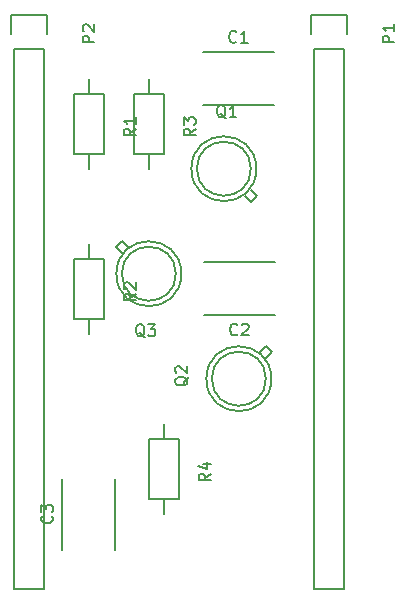
<source format=gbr>
G04 #@! TF.FileFunction,Legend,Top*
%FSLAX46Y46*%
G04 Gerber Fmt 4.6, Leading zero omitted, Abs format (unit mm)*
G04 Created by KiCad (PCBNEW 4.0.3+e1-6302~38~ubuntu16.04.1-stable) date Wed Aug 17 12:50:24 2016*
%MOMM*%
%LPD*%
G01*
G04 APERTURE LIST*
%ADD10C,0.100000*%
%ADD11C,0.150000*%
G04 APERTURE END LIST*
D10*
D11*
X75700000Y-71410000D02*
X81700000Y-71410000D01*
X81700000Y-75910000D02*
X75700000Y-75910000D01*
X81780000Y-93690000D02*
X75780000Y-93690000D01*
X75780000Y-89190000D02*
X81780000Y-89190000D01*
X63790000Y-113530000D02*
X63790000Y-107530000D01*
X68290000Y-107530000D02*
X68290000Y-113530000D01*
X85090000Y-71120000D02*
X85090000Y-116840000D01*
X85090000Y-116840000D02*
X87630000Y-116840000D01*
X87630000Y-116840000D02*
X87630000Y-71120000D01*
X84810000Y-68300000D02*
X84810000Y-69850000D01*
X85090000Y-71120000D02*
X87630000Y-71120000D01*
X87910000Y-69850000D02*
X87910000Y-68300000D01*
X87910000Y-68300000D02*
X84810000Y-68300000D01*
X59690000Y-71120000D02*
X59690000Y-116840000D01*
X59690000Y-116840000D02*
X62230000Y-116840000D01*
X62230000Y-116840000D02*
X62230000Y-71120000D01*
X59410000Y-68300000D02*
X59410000Y-69850000D01*
X59690000Y-71120000D02*
X62230000Y-71120000D01*
X62510000Y-69850000D02*
X62510000Y-68300000D01*
X62510000Y-68300000D02*
X59410000Y-68300000D01*
X72390000Y-74930000D02*
X72390000Y-80010000D01*
X72390000Y-80010000D02*
X69850000Y-80010000D01*
X69850000Y-80010000D02*
X69850000Y-74930000D01*
X69850000Y-74930000D02*
X72390000Y-74930000D01*
X71120000Y-74930000D02*
X71120000Y-73660000D01*
X71120000Y-80010000D02*
X71120000Y-81280000D01*
X73660000Y-104140000D02*
X73660000Y-109220000D01*
X73660000Y-109220000D02*
X71120000Y-109220000D01*
X71120000Y-109220000D02*
X71120000Y-104140000D01*
X71120000Y-104140000D02*
X73660000Y-104140000D01*
X72390000Y-104140000D02*
X72390000Y-102870000D01*
X72390000Y-109220000D02*
X72390000Y-110490000D01*
X67310000Y-88900000D02*
X67310000Y-93980000D01*
X67310000Y-93980000D02*
X64770000Y-93980000D01*
X64770000Y-93980000D02*
X64770000Y-88900000D01*
X64770000Y-88900000D02*
X67310000Y-88900000D01*
X66040000Y-88900000D02*
X66040000Y-87630000D01*
X66040000Y-93980000D02*
X66040000Y-95250000D01*
X67310000Y-74930000D02*
X67310000Y-80010000D01*
X67310000Y-80010000D02*
X64770000Y-80010000D01*
X64770000Y-80010000D02*
X64770000Y-74930000D01*
X64770000Y-74930000D02*
X67310000Y-74930000D01*
X66040000Y-74930000D02*
X66040000Y-73660000D01*
X66040000Y-80010000D02*
X66040000Y-81280000D01*
X80264000Y-83566000D02*
X79756000Y-83058000D01*
X79248000Y-83566000D02*
X79756000Y-84074000D01*
X79756000Y-84074000D02*
X80264000Y-83566000D01*
X79756000Y-81280000D02*
G75*
G03X79756000Y-81280000I-2286000J0D01*
G01*
X80220000Y-81280000D02*
G75*
G03X80220000Y-81280000I-2750000J0D01*
G01*
X81026000Y-96266000D02*
X80518000Y-96774000D01*
X81026000Y-97282000D02*
X81534000Y-96774000D01*
X81534000Y-96774000D02*
X81026000Y-96266000D01*
X81026000Y-99060000D02*
G75*
G03X81026000Y-99060000I-2286000J0D01*
G01*
X81490000Y-99060000D02*
G75*
G03X81490000Y-99060000I-2750000J0D01*
G01*
X68326000Y-87884000D02*
X68834000Y-88392000D01*
X69342000Y-87884000D02*
X68834000Y-87376000D01*
X68834000Y-87376000D02*
X68326000Y-87884000D01*
X73406000Y-90170000D02*
G75*
G03X73406000Y-90170000I-2286000J0D01*
G01*
X73870000Y-90170000D02*
G75*
G03X73870000Y-90170000I-2750000J0D01*
G01*
X78533334Y-70517143D02*
X78485715Y-70564762D01*
X78342858Y-70612381D01*
X78247620Y-70612381D01*
X78104762Y-70564762D01*
X78009524Y-70469524D01*
X77961905Y-70374286D01*
X77914286Y-70183810D01*
X77914286Y-70040952D01*
X77961905Y-69850476D01*
X78009524Y-69755238D01*
X78104762Y-69660000D01*
X78247620Y-69612381D01*
X78342858Y-69612381D01*
X78485715Y-69660000D01*
X78533334Y-69707619D01*
X79485715Y-70612381D02*
X78914286Y-70612381D01*
X79200000Y-70612381D02*
X79200000Y-69612381D01*
X79104762Y-69755238D01*
X79009524Y-69850476D01*
X78914286Y-69898095D01*
X78613334Y-95297143D02*
X78565715Y-95344762D01*
X78422858Y-95392381D01*
X78327620Y-95392381D01*
X78184762Y-95344762D01*
X78089524Y-95249524D01*
X78041905Y-95154286D01*
X77994286Y-94963810D01*
X77994286Y-94820952D01*
X78041905Y-94630476D01*
X78089524Y-94535238D01*
X78184762Y-94440000D01*
X78327620Y-94392381D01*
X78422858Y-94392381D01*
X78565715Y-94440000D01*
X78613334Y-94487619D01*
X78994286Y-94487619D02*
X79041905Y-94440000D01*
X79137143Y-94392381D01*
X79375239Y-94392381D01*
X79470477Y-94440000D01*
X79518096Y-94487619D01*
X79565715Y-94582857D01*
X79565715Y-94678095D01*
X79518096Y-94820952D01*
X78946667Y-95392381D01*
X79565715Y-95392381D01*
X62897143Y-110696666D02*
X62944762Y-110744285D01*
X62992381Y-110887142D01*
X62992381Y-110982380D01*
X62944762Y-111125238D01*
X62849524Y-111220476D01*
X62754286Y-111268095D01*
X62563810Y-111315714D01*
X62420952Y-111315714D01*
X62230476Y-111268095D01*
X62135238Y-111220476D01*
X62040000Y-111125238D01*
X61992381Y-110982380D01*
X61992381Y-110887142D01*
X62040000Y-110744285D01*
X62087619Y-110696666D01*
X61992381Y-110363333D02*
X61992381Y-109744285D01*
X62373333Y-110077619D01*
X62373333Y-109934761D01*
X62420952Y-109839523D01*
X62468571Y-109791904D01*
X62563810Y-109744285D01*
X62801905Y-109744285D01*
X62897143Y-109791904D01*
X62944762Y-109839523D01*
X62992381Y-109934761D01*
X62992381Y-110220476D01*
X62944762Y-110315714D01*
X62897143Y-110363333D01*
X91912381Y-70588095D02*
X90912381Y-70588095D01*
X90912381Y-70207142D01*
X90960000Y-70111904D01*
X91007619Y-70064285D01*
X91102857Y-70016666D01*
X91245714Y-70016666D01*
X91340952Y-70064285D01*
X91388571Y-70111904D01*
X91436190Y-70207142D01*
X91436190Y-70588095D01*
X91912381Y-69064285D02*
X91912381Y-69635714D01*
X91912381Y-69350000D02*
X90912381Y-69350000D01*
X91055238Y-69445238D01*
X91150476Y-69540476D01*
X91198095Y-69635714D01*
X66512381Y-70588095D02*
X65512381Y-70588095D01*
X65512381Y-70207142D01*
X65560000Y-70111904D01*
X65607619Y-70064285D01*
X65702857Y-70016666D01*
X65845714Y-70016666D01*
X65940952Y-70064285D01*
X65988571Y-70111904D01*
X66036190Y-70207142D01*
X66036190Y-70588095D01*
X65607619Y-69635714D02*
X65560000Y-69588095D01*
X65512381Y-69492857D01*
X65512381Y-69254761D01*
X65560000Y-69159523D01*
X65607619Y-69111904D01*
X65702857Y-69064285D01*
X65798095Y-69064285D01*
X65940952Y-69111904D01*
X66512381Y-69683333D01*
X66512381Y-69064285D01*
X75072501Y-77885586D02*
X74596310Y-78218920D01*
X75072501Y-78457015D02*
X74072501Y-78457015D01*
X74072501Y-78076062D01*
X74120120Y-77980824D01*
X74167739Y-77933205D01*
X74262977Y-77885586D01*
X74405834Y-77885586D01*
X74501072Y-77933205D01*
X74548691Y-77980824D01*
X74596310Y-78076062D01*
X74596310Y-78457015D01*
X74072501Y-77552253D02*
X74072501Y-76933205D01*
X74453453Y-77266539D01*
X74453453Y-77123681D01*
X74501072Y-77028443D01*
X74548691Y-76980824D01*
X74643930Y-76933205D01*
X74882025Y-76933205D01*
X74977263Y-76980824D01*
X75024882Y-77028443D01*
X75072501Y-77123681D01*
X75072501Y-77409396D01*
X75024882Y-77504634D01*
X74977263Y-77552253D01*
X76342501Y-107095586D02*
X75866310Y-107428920D01*
X76342501Y-107667015D02*
X75342501Y-107667015D01*
X75342501Y-107286062D01*
X75390120Y-107190824D01*
X75437739Y-107143205D01*
X75532977Y-107095586D01*
X75675834Y-107095586D01*
X75771072Y-107143205D01*
X75818691Y-107190824D01*
X75866310Y-107286062D01*
X75866310Y-107667015D01*
X75675834Y-106238443D02*
X76342501Y-106238443D01*
X75294882Y-106476539D02*
X76009168Y-106714634D01*
X76009168Y-106095586D01*
X69992501Y-91855586D02*
X69516310Y-92188920D01*
X69992501Y-92427015D02*
X68992501Y-92427015D01*
X68992501Y-92046062D01*
X69040120Y-91950824D01*
X69087739Y-91903205D01*
X69182977Y-91855586D01*
X69325834Y-91855586D01*
X69421072Y-91903205D01*
X69468691Y-91950824D01*
X69516310Y-92046062D01*
X69516310Y-92427015D01*
X69087739Y-91474634D02*
X69040120Y-91427015D01*
X68992501Y-91331777D01*
X68992501Y-91093681D01*
X69040120Y-90998443D01*
X69087739Y-90950824D01*
X69182977Y-90903205D01*
X69278215Y-90903205D01*
X69421072Y-90950824D01*
X69992501Y-91522253D01*
X69992501Y-90903205D01*
X69992501Y-77885586D02*
X69516310Y-78218920D01*
X69992501Y-78457015D02*
X68992501Y-78457015D01*
X68992501Y-78076062D01*
X69040120Y-77980824D01*
X69087739Y-77933205D01*
X69182977Y-77885586D01*
X69325834Y-77885586D01*
X69421072Y-77933205D01*
X69468691Y-77980824D01*
X69516310Y-78076062D01*
X69516310Y-78457015D01*
X69992501Y-76933205D02*
X69992501Y-77504634D01*
X69992501Y-77218920D02*
X68992501Y-77218920D01*
X69135358Y-77314158D01*
X69230596Y-77409396D01*
X69278215Y-77504634D01*
X77628762Y-77001619D02*
X77533524Y-76954000D01*
X77438286Y-76858762D01*
X77295429Y-76715905D01*
X77200190Y-76668286D01*
X77104952Y-76668286D01*
X77152571Y-76906381D02*
X77057333Y-76858762D01*
X76962095Y-76763524D01*
X76914476Y-76573048D01*
X76914476Y-76239714D01*
X76962095Y-76049238D01*
X77057333Y-75954000D01*
X77152571Y-75906381D01*
X77343048Y-75906381D01*
X77438286Y-75954000D01*
X77533524Y-76049238D01*
X77581143Y-76239714D01*
X77581143Y-76573048D01*
X77533524Y-76763524D01*
X77438286Y-76858762D01*
X77343048Y-76906381D01*
X77152571Y-76906381D01*
X78533524Y-76906381D02*
X77962095Y-76906381D01*
X78247809Y-76906381D02*
X78247809Y-75906381D01*
X78152571Y-76049238D01*
X78057333Y-76144476D01*
X77962095Y-76192095D01*
X74461619Y-98901238D02*
X74414000Y-98996476D01*
X74318762Y-99091714D01*
X74175905Y-99234571D01*
X74128286Y-99329810D01*
X74128286Y-99425048D01*
X74366381Y-99377429D02*
X74318762Y-99472667D01*
X74223524Y-99567905D01*
X74033048Y-99615524D01*
X73699714Y-99615524D01*
X73509238Y-99567905D01*
X73414000Y-99472667D01*
X73366381Y-99377429D01*
X73366381Y-99186952D01*
X73414000Y-99091714D01*
X73509238Y-98996476D01*
X73699714Y-98948857D01*
X74033048Y-98948857D01*
X74223524Y-98996476D01*
X74318762Y-99091714D01*
X74366381Y-99186952D01*
X74366381Y-99377429D01*
X73461619Y-98567905D02*
X73414000Y-98520286D01*
X73366381Y-98425048D01*
X73366381Y-98186952D01*
X73414000Y-98091714D01*
X73461619Y-98044095D01*
X73556857Y-97996476D01*
X73652095Y-97996476D01*
X73794952Y-98044095D01*
X74366381Y-98615524D01*
X74366381Y-97996476D01*
X70770762Y-95543619D02*
X70675524Y-95496000D01*
X70580286Y-95400762D01*
X70437429Y-95257905D01*
X70342190Y-95210286D01*
X70246952Y-95210286D01*
X70294571Y-95448381D02*
X70199333Y-95400762D01*
X70104095Y-95305524D01*
X70056476Y-95115048D01*
X70056476Y-94781714D01*
X70104095Y-94591238D01*
X70199333Y-94496000D01*
X70294571Y-94448381D01*
X70485048Y-94448381D01*
X70580286Y-94496000D01*
X70675524Y-94591238D01*
X70723143Y-94781714D01*
X70723143Y-95115048D01*
X70675524Y-95305524D01*
X70580286Y-95400762D01*
X70485048Y-95448381D01*
X70294571Y-95448381D01*
X71056476Y-94448381D02*
X71675524Y-94448381D01*
X71342190Y-94829333D01*
X71485048Y-94829333D01*
X71580286Y-94876952D01*
X71627905Y-94924571D01*
X71675524Y-95019810D01*
X71675524Y-95257905D01*
X71627905Y-95353143D01*
X71580286Y-95400762D01*
X71485048Y-95448381D01*
X71199333Y-95448381D01*
X71104095Y-95400762D01*
X71056476Y-95353143D01*
M02*

</source>
